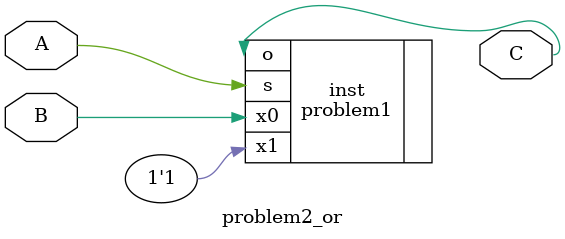
<source format=sv>
module problem2_or (
    input logic A,
    input logic B,
    output logic C
);	

    problem1 inst (.s(A), .x0(B), .x1(1'b1), .o(C));

endmodule 

</source>
